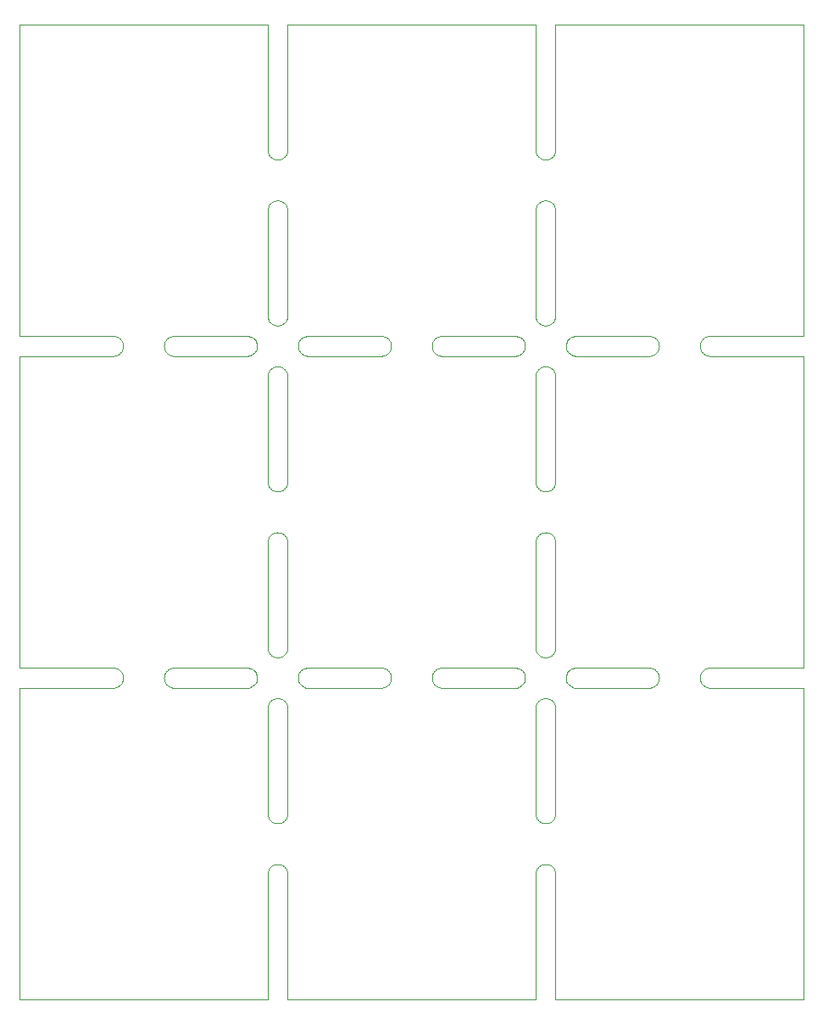
<source format=gko>
%MOIN*%
%OFA0B0*%
%FSLAX36Y36*%
%IPPOS*%
%LPD*%
%ADD10C,0*%
D10*
X002028740Y002687784D02*
X002028740Y002687784D01*
X002028740Y003100305D01*
X002028861Y003103394D01*
X002029224Y003106464D01*
X002029828Y003109496D01*
X002030667Y003112471D01*
X002031737Y003115371D01*
X002033031Y003118179D01*
X002034541Y003120876D01*
X002036259Y003123446D01*
X002038173Y003125874D01*
X002040271Y003128144D01*
X002042541Y003130242D01*
X002044969Y003132156D01*
X002047539Y003133874D01*
X002050236Y003135384D01*
X002053044Y003136678D01*
X002055944Y003137748D01*
X002058919Y003138587D01*
X002061951Y003139191D01*
X002065021Y003139554D01*
X002068110Y003139675D01*
X002068110Y003139675D01*
X002071199Y003139554D01*
X002074269Y003139191D01*
X002077301Y003138587D01*
X002080276Y003137748D01*
X002083176Y003136678D01*
X002085983Y003135384D01*
X002088681Y003133874D01*
X002091251Y003132156D01*
X002093679Y003130242D01*
X002095949Y003128144D01*
X002098047Y003125874D01*
X002099961Y003123446D01*
X002101678Y003120876D01*
X002103189Y003118179D01*
X002104483Y003115371D01*
X002105553Y003112471D01*
X002106392Y003109496D01*
X002106995Y003106464D01*
X002107359Y003103394D01*
X002107480Y003100305D01*
X002107480Y002687784D01*
X002107359Y002684695D01*
X002106995Y002681626D01*
X002106392Y002678594D01*
X002105553Y002675618D01*
X002104483Y002672718D01*
X002103189Y002669911D01*
X002101678Y002667214D01*
X002099961Y002664643D01*
X002098047Y002662216D01*
X002095949Y002659945D01*
X002093679Y002657847D01*
X002091251Y002655933D01*
X002088681Y002654216D01*
X002085983Y002652705D01*
X002083176Y002651411D01*
X002080276Y002650341D01*
X002077301Y002649502D01*
X002074269Y002648899D01*
X002071199Y002648536D01*
X002068110Y002648414D01*
X002068110Y002648414D01*
X002065021Y002648536D01*
X002061951Y002648899D01*
X002058919Y002649502D01*
X002055944Y002650341D01*
X002053044Y002651411D01*
X002050236Y002652705D01*
X002047539Y002654216D01*
X002044969Y002655933D01*
X002042541Y002657847D01*
X002040271Y002659945D01*
X002038173Y002662216D01*
X002036259Y002664643D01*
X002034541Y002667214D01*
X002033031Y002669911D01*
X002031737Y002672718D01*
X002030667Y002675618D01*
X002029828Y002678594D01*
X002029224Y002681626D01*
X002028861Y002684695D01*
X002028740Y002687784D01*
X002107480Y001144695D02*
X002107480Y001144695D01*
X002107480Y000732174D01*
X002107359Y000729085D01*
X002106995Y000726015D01*
X002106392Y000722983D01*
X002105553Y000720008D01*
X002104483Y000717108D01*
X002103189Y000714301D01*
X002101678Y000711603D01*
X002099961Y000709033D01*
X002098047Y000706605D01*
X002095949Y000704335D01*
X002093679Y000702237D01*
X002091251Y000700323D01*
X002088681Y000698606D01*
X002085983Y000697095D01*
X002083176Y000695801D01*
X002080276Y000694731D01*
X002077301Y000693892D01*
X002074269Y000693289D01*
X002071199Y000692925D01*
X002068110Y000692804D01*
X002068110Y000692804D01*
X002065021Y000692925D01*
X002061951Y000693289D01*
X002058919Y000693892D01*
X002055944Y000694731D01*
X002053044Y000695801D01*
X002050236Y000697095D01*
X002047539Y000698606D01*
X002044969Y000700323D01*
X002042541Y000702237D01*
X002040271Y000704335D01*
X002038173Y000706605D01*
X002036259Y000709033D01*
X002034541Y000711603D01*
X002033031Y000714301D01*
X002031737Y000717108D01*
X002030667Y000720008D01*
X002029828Y000722983D01*
X002029224Y000726015D01*
X002028861Y000729085D01*
X002028740Y000732174D01*
X002028740Y001144695D01*
X002028861Y001147784D01*
X002029224Y001150854D01*
X002029828Y001153886D01*
X002030667Y001156861D01*
X002031737Y001159761D01*
X002033031Y001162568D01*
X002034541Y001165266D01*
X002036259Y001167836D01*
X002038173Y001170264D01*
X002040271Y001172534D01*
X002042541Y001174632D01*
X002044969Y001176546D01*
X002047539Y001178263D01*
X002050236Y001179774D01*
X002053044Y001181068D01*
X002055944Y001182138D01*
X002058919Y001182977D01*
X002061951Y001183580D01*
X002065021Y001183944D01*
X002068110Y001184065D01*
X002068110Y001184065D01*
X002071199Y001183944D01*
X002074269Y001183580D01*
X002077301Y001182977D01*
X002080276Y001182138D01*
X002083176Y001181068D01*
X002085983Y001179774D01*
X002088681Y001178263D01*
X002091251Y001176546D01*
X002093679Y001174632D01*
X002095949Y001172534D01*
X002098047Y001170264D01*
X002099961Y001167836D01*
X002101678Y001165266D01*
X002103189Y001162568D01*
X002104483Y001159761D01*
X002105553Y001156861D01*
X002106392Y001153886D01*
X002106995Y001150854D01*
X002107359Y001147784D01*
X002107480Y001144695D01*
X000367825Y001224999D02*
X000367825Y001224999D01*
X000000000Y001224999D01*
X000000000Y000000000D01*
X000975000Y000000000D01*
X000975000Y000492825D01*
X000975121Y000495914D01*
X000975484Y000498984D01*
X000976087Y000502016D01*
X000976926Y000504991D01*
X000977996Y000507891D01*
X000979291Y000510698D01*
X000980801Y000513396D01*
X000982519Y000515966D01*
X000984432Y000518394D01*
X000986531Y000520664D01*
X000988801Y000522762D01*
X000991228Y000524676D01*
X000993799Y000526393D01*
X000996496Y000527904D01*
X000999303Y000529198D01*
X001002204Y000530268D01*
X001005179Y000531107D01*
X001008211Y000531710D01*
X001011281Y000532074D01*
X001014370Y000532195D01*
X001014370Y000532195D01*
X001017459Y000532074D01*
X001020528Y000531710D01*
X001023560Y000531107D01*
X001026536Y000530268D01*
X001029436Y000529198D01*
X001032243Y000527904D01*
X001034940Y000526393D01*
X001037511Y000524676D01*
X001039938Y000522762D01*
X001042209Y000520664D01*
X001044307Y000518394D01*
X001046221Y000515966D01*
X001047938Y000513396D01*
X001049449Y000510698D01*
X001050743Y000507891D01*
X001051813Y000504991D01*
X001052652Y000502016D01*
X001053255Y000498984D01*
X001053618Y000495914D01*
X001053740Y000492825D01*
X001053740Y000000000D01*
X002028740Y000000000D01*
X002028740Y000492825D01*
X002028861Y000495914D01*
X002029224Y000498984D01*
X002029828Y000502016D01*
X002030667Y000504991D01*
X002031737Y000507891D01*
X002033031Y000510698D01*
X002034541Y000513396D01*
X002036259Y000515966D01*
X002038173Y000518394D01*
X002040271Y000520664D01*
X002042541Y000522762D01*
X002044969Y000524676D01*
X002047539Y000526393D01*
X002050236Y000527904D01*
X002053044Y000529198D01*
X002055944Y000530268D01*
X002058919Y000531107D01*
X002061951Y000531710D01*
X002065021Y000532074D01*
X002068110Y000532195D01*
X002068110Y000532195D01*
X002071199Y000532074D01*
X002074269Y000531710D01*
X002077301Y000531107D01*
X002080276Y000530268D01*
X002083176Y000529198D01*
X002085983Y000527904D01*
X002088681Y000526393D01*
X002091251Y000524676D01*
X002093679Y000522762D01*
X002095949Y000520664D01*
X002098047Y000518394D01*
X002099961Y000515966D01*
X002101678Y000513396D01*
X002103189Y000510698D01*
X002104483Y000507891D01*
X002105553Y000504991D01*
X002106392Y000502016D01*
X002106995Y000498984D01*
X002107359Y000495914D01*
X002107480Y000492825D01*
X002107480Y000000000D01*
X003082480Y000000000D01*
X003082480Y001224999D01*
X002714654Y001224999D01*
X002711566Y001225121D01*
X002708496Y001225484D01*
X002705464Y001226087D01*
X002702488Y001226926D01*
X002699588Y001227996D01*
X002696781Y001229291D01*
X002694084Y001230801D01*
X002691513Y001232519D01*
X002689086Y001234432D01*
X002686816Y001236531D01*
X002684717Y001238801D01*
X002682803Y001241228D01*
X002681086Y001243799D01*
X002679575Y001246496D01*
X002678281Y001249303D01*
X002677211Y001252204D01*
X002676372Y001255179D01*
X002675769Y001258211D01*
X002675406Y001261281D01*
X002675284Y001264370D01*
X002675284Y001264370D01*
X002675406Y001267459D01*
X002675769Y001270528D01*
X002676372Y001273560D01*
X002677211Y001276536D01*
X002678281Y001279436D01*
X002679575Y001282243D01*
X002681086Y001284940D01*
X002682803Y001287511D01*
X002684717Y001289938D01*
X002686816Y001292208D01*
X002689086Y001294307D01*
X002691513Y001296221D01*
X002694084Y001297938D01*
X002696781Y001299449D01*
X002699588Y001300743D01*
X002702488Y001301813D01*
X002705464Y001302652D01*
X002708496Y001303255D01*
X002711566Y001303618D01*
X002714654Y001303740D01*
X003082480Y001303740D01*
X003082480Y002528740D01*
X002714654Y002528740D01*
X002711566Y002528861D01*
X002708496Y002529224D01*
X002705464Y002529827D01*
X002702488Y002530667D01*
X002699588Y002531737D01*
X002696781Y002533031D01*
X002694084Y002534541D01*
X002691513Y002536259D01*
X002689086Y002538172D01*
X002686816Y002540271D01*
X002684717Y002542541D01*
X002682803Y002544969D01*
X002681086Y002547539D01*
X002679575Y002550236D01*
X002678281Y002553043D01*
X002677211Y002555944D01*
X002676372Y002558919D01*
X002675769Y002561951D01*
X002675406Y002565021D01*
X002675284Y002568110D01*
X002675284Y002568110D01*
X002675406Y002571199D01*
X002675769Y002574269D01*
X002676372Y002577301D01*
X002677211Y002580276D01*
X002678281Y002583176D01*
X002679575Y002585983D01*
X002681086Y002588681D01*
X002682803Y002591251D01*
X002684717Y002593679D01*
X002686816Y002595949D01*
X002689086Y002598047D01*
X002691513Y002599961D01*
X002694084Y002601678D01*
X002696781Y002603189D01*
X002699588Y002604483D01*
X002702488Y002605553D01*
X002705464Y002606392D01*
X002708496Y002606995D01*
X002711566Y002607358D01*
X002714654Y002607480D01*
X003082480Y002607480D01*
X003082480Y003832480D01*
X002107480Y003832480D01*
X002107480Y003339654D01*
X002107359Y003336566D01*
X002106995Y003333496D01*
X002106392Y003330464D01*
X002105553Y003327488D01*
X002104483Y003324588D01*
X002103189Y003321781D01*
X002101678Y003319084D01*
X002099961Y003316513D01*
X002098047Y003314086D01*
X002095949Y003311816D01*
X002093679Y003309717D01*
X002091251Y003307803D01*
X002088681Y003306086D01*
X002085983Y003304575D01*
X002083176Y003303281D01*
X002080276Y003302211D01*
X002077301Y003301372D01*
X002074269Y003300769D01*
X002071199Y003300406D01*
X002068110Y003300284D01*
X002068110Y003300284D01*
X002065021Y003300406D01*
X002061951Y003300769D01*
X002058919Y003301372D01*
X002055944Y003302211D01*
X002053044Y003303281D01*
X002050236Y003304575D01*
X002047539Y003306086D01*
X002044969Y003307803D01*
X002042541Y003309717D01*
X002040271Y003311816D01*
X002038173Y003314086D01*
X002036259Y003316513D01*
X002034541Y003319084D01*
X002033031Y003321781D01*
X002031737Y003324588D01*
X002030667Y003327488D01*
X002029828Y003330464D01*
X002029224Y003333496D01*
X002028861Y003336566D01*
X002028740Y003339654D01*
X002028740Y003832480D01*
X001053740Y003832480D01*
X001053740Y003339654D01*
X001053618Y003336566D01*
X001053255Y003333496D01*
X001052652Y003330464D01*
X001051813Y003327488D01*
X001050743Y003324588D01*
X001049449Y003321781D01*
X001047938Y003319084D01*
X001046221Y003316513D01*
X001044307Y003314086D01*
X001042209Y003311816D01*
X001039938Y003309717D01*
X001037511Y003307803D01*
X001034940Y003306086D01*
X001032243Y003304575D01*
X001029436Y003303281D01*
X001026536Y003302211D01*
X001023560Y003301372D01*
X001020528Y003300769D01*
X001017459Y003300406D01*
X001014370Y003300284D01*
X001014370Y003300284D01*
X001011281Y003300406D01*
X001008211Y003300769D01*
X001005179Y003301372D01*
X001002204Y003302211D01*
X000999303Y003303281D01*
X000996496Y003304575D01*
X000993799Y003306086D01*
X000991228Y003307803D01*
X000988801Y003309717D01*
X000986531Y003311816D01*
X000984432Y003314086D01*
X000982519Y003316513D01*
X000980801Y003319084D01*
X000979291Y003321781D01*
X000977996Y003324588D01*
X000976926Y003327488D01*
X000976087Y003330464D01*
X000975484Y003333496D01*
X000975121Y003336566D01*
X000975000Y003339654D01*
X000975000Y003832480D01*
X000000000Y003832480D01*
X000000000Y002607480D01*
X000367825Y002607480D01*
X000370914Y002607358D01*
X000373984Y002606995D01*
X000377016Y002606392D01*
X000379991Y002605553D01*
X000382891Y002604483D01*
X000385698Y002603189D01*
X000388396Y002601678D01*
X000390966Y002599961D01*
X000393394Y002598047D01*
X000395664Y002595949D01*
X000397762Y002593679D01*
X000399676Y002591251D01*
X000401393Y002588681D01*
X000402904Y002585983D01*
X000404198Y002583176D01*
X000405268Y002580276D01*
X000406107Y002577301D01*
X000406710Y002574269D01*
X000407074Y002571199D01*
X000407195Y002568110D01*
X000407195Y002568110D01*
X000407074Y002565021D01*
X000406710Y002561951D01*
X000406107Y002558919D01*
X000405268Y002555944D01*
X000404198Y002553043D01*
X000402904Y002550236D01*
X000401393Y002547539D01*
X000399676Y002544969D01*
X000397762Y002542541D01*
X000395664Y002540271D01*
X000393394Y002538172D01*
X000390966Y002536259D01*
X000388396Y002534541D01*
X000385698Y002533031D01*
X000382891Y002531737D01*
X000379991Y002530667D01*
X000377016Y002529827D01*
X000373984Y002529224D01*
X000370914Y002528861D01*
X000367825Y002528740D01*
X000000000Y002528740D01*
X000000000Y001303740D01*
X000367825Y001303740D01*
X000370914Y001303618D01*
X000373984Y001303255D01*
X000377016Y001302652D01*
X000379991Y001301813D01*
X000382891Y001300743D01*
X000385698Y001299449D01*
X000388396Y001297938D01*
X000390966Y001296221D01*
X000393394Y001294307D01*
X000395664Y001292208D01*
X000397762Y001289938D01*
X000399676Y001287511D01*
X000401393Y001284940D01*
X000402904Y001282243D01*
X000404198Y001279436D01*
X000405268Y001276536D01*
X000406107Y001273560D01*
X000406710Y001270528D01*
X000407074Y001267459D01*
X000407195Y001264370D01*
X000407195Y001264370D01*
X000407074Y001261281D01*
X000406710Y001258211D01*
X000406107Y001255179D01*
X000405268Y001252204D01*
X000404198Y001249303D01*
X000402904Y001246496D01*
X000401393Y001243799D01*
X000399676Y001241228D01*
X000397762Y001238801D01*
X000395664Y001236531D01*
X000393394Y001234432D01*
X000390966Y001232519D01*
X000388396Y001230801D01*
X000385698Y001229291D01*
X000382891Y001227996D01*
X000379991Y001226926D01*
X000377016Y001226087D01*
X000373984Y001225484D01*
X000370914Y001225121D01*
X000367825Y001224999D01*
X002187784Y002528740D02*
X002187784Y002528740D01*
X002187419Y002528741D01*
X002187053Y002528746D01*
X002186687Y002528755D01*
X002186321Y002528767D01*
X002185956Y002528782D01*
X002185590Y002528801D01*
X002185225Y002528823D01*
X002184860Y002528848D01*
X002184495Y002528877D01*
X002184130Y002528910D01*
X002183766Y002528945D01*
X002183402Y002528984D01*
X002183039Y002529027D01*
X002182676Y002529072D01*
X002182313Y002529122D01*
X002181951Y002529174D01*
X002181590Y002529230D01*
X002181228Y002529289D01*
X002180868Y002529352D01*
X002180508Y002529418D01*
X002180508Y002529418D01*
X002174890Y002530911D01*
X002169553Y002533215D01*
X002164614Y002536280D01*
X002160179Y002540039D01*
X002156347Y002544410D01*
X002153200Y002549297D01*
X002150807Y002554595D01*
X002149220Y002560187D01*
X002148474Y002565952D01*
X002148584Y002571764D01*
X002149550Y002577496D01*
X002151349Y002583024D01*
X002153942Y002588226D01*
X002157273Y002592990D01*
X002161269Y002597212D01*
X002165843Y002600799D01*
X002170896Y002603673D01*
X002176317Y002605773D01*
X002181987Y002607051D01*
X002187784Y002607480D01*
X002475305Y002607480D01*
X002478394Y002607358D01*
X002481464Y002606995D01*
X002484496Y002606392D01*
X002487471Y002605553D01*
X002490371Y002604483D01*
X002493179Y002603189D01*
X002495876Y002601678D01*
X002498446Y002599961D01*
X002500874Y002598047D01*
X002503144Y002595949D01*
X002505242Y002593679D01*
X002507156Y002591251D01*
X002508874Y002588681D01*
X002510384Y002585983D01*
X002511678Y002583176D01*
X002512748Y002580276D01*
X002513587Y002577301D01*
X002514191Y002574269D01*
X002514554Y002571199D01*
X002514675Y002568110D01*
X002514675Y002568110D01*
X002514554Y002565021D01*
X002514191Y002561951D01*
X002513587Y002558919D01*
X002512748Y002555944D01*
X002511678Y002553043D01*
X002510384Y002550236D01*
X002508874Y002547539D01*
X002507156Y002544969D01*
X002505242Y002542541D01*
X002503144Y002540271D01*
X002500874Y002538172D01*
X002498446Y002536259D01*
X002495876Y002534541D01*
X002493179Y002533031D01*
X002490371Y002531737D01*
X002487471Y002530667D01*
X002484496Y002529827D01*
X002481464Y002529224D01*
X002478394Y002528861D01*
X002475305Y002528740D01*
X002187784Y002528740D01*
X002028740Y002448435D02*
X002028740Y002448435D01*
X002028861Y002451524D01*
X002029224Y002454594D01*
X002029828Y002457626D01*
X002030667Y002460601D01*
X002031737Y002463501D01*
X002033031Y002466309D01*
X002034541Y002469006D01*
X002036259Y002471576D01*
X002038173Y002474004D01*
X002040271Y002476274D01*
X002042541Y002478372D01*
X002044969Y002480286D01*
X002047539Y002482003D01*
X002050236Y002483514D01*
X002053044Y002484808D01*
X002055944Y002485878D01*
X002058919Y002486717D01*
X002061951Y002487320D01*
X002065021Y002487684D01*
X002068110Y002487805D01*
X002068110Y002487805D01*
X002071199Y002487684D01*
X002074269Y002487320D01*
X002077301Y002486717D01*
X002080276Y002485878D01*
X002083176Y002484808D01*
X002085983Y002483514D01*
X002088681Y002482003D01*
X002091251Y002480286D01*
X002093679Y002478372D01*
X002095949Y002476274D01*
X002098047Y002474004D01*
X002099961Y002471576D01*
X002101678Y002469006D01*
X002103189Y002466309D01*
X002104483Y002463501D01*
X002105553Y002460601D01*
X002106392Y002457626D01*
X002106995Y002454594D01*
X002107359Y002451524D01*
X002107480Y002448435D01*
X002107480Y002035914D01*
X002107359Y002032825D01*
X002106995Y002029755D01*
X002106392Y002026724D01*
X002105553Y002023748D01*
X002104483Y002020848D01*
X002103189Y002018041D01*
X002101678Y002015344D01*
X002099961Y002012773D01*
X002098047Y002010346D01*
X002095949Y002008075D01*
X002093679Y002005977D01*
X002091251Y002004063D01*
X002088681Y002002346D01*
X002085983Y002000835D01*
X002083176Y001999541D01*
X002080276Y001998471D01*
X002077301Y001997632D01*
X002074269Y001997029D01*
X002071199Y001996666D01*
X002068110Y001996544D01*
X002068110Y001996544D01*
X002065021Y001996666D01*
X002061951Y001997029D01*
X002058919Y001997632D01*
X002055944Y001998471D01*
X002053044Y001999541D01*
X002050236Y002000835D01*
X002047539Y002002346D01*
X002044969Y002004063D01*
X002042541Y002005977D01*
X002040271Y002008075D01*
X002038173Y002010346D01*
X002036259Y002012773D01*
X002034541Y002015344D01*
X002033031Y002018041D01*
X002031737Y002020848D01*
X002030667Y002023748D01*
X002029828Y002026724D01*
X002029224Y002029755D01*
X002028861Y002032825D01*
X002028740Y002035914D01*
X002028740Y002448435D01*
X001948435Y002607480D02*
X001948435Y002607480D01*
X001954232Y002607051D01*
X001959903Y002605773D01*
X001965324Y002603673D01*
X001970376Y002600799D01*
X001974951Y002597212D01*
X001978947Y002592990D01*
X001982278Y002588226D01*
X001984871Y002583024D01*
X001986670Y002577496D01*
X001987635Y002571764D01*
X001987746Y002565952D01*
X001987000Y002560187D01*
X001985413Y002554595D01*
X001983020Y002549297D01*
X001979873Y002544410D01*
X001976040Y002540039D01*
X001971606Y002536280D01*
X001966666Y002533215D01*
X001961330Y002530911D01*
X001955712Y002529418D01*
X001955712Y002529418D01*
X001955352Y002529352D01*
X001954991Y002529289D01*
X001954630Y002529230D01*
X001954268Y002529174D01*
X001953906Y002529122D01*
X001953544Y002529072D01*
X001953181Y002529027D01*
X001952817Y002528984D01*
X001952453Y002528945D01*
X001952089Y002528910D01*
X001951725Y002528877D01*
X001951360Y002528848D01*
X001950995Y002528823D01*
X001950630Y002528801D01*
X001950264Y002528782D01*
X001949898Y002528767D01*
X001949533Y002528755D01*
X001949167Y002528746D01*
X001948801Y002528741D01*
X001948435Y002528740D01*
X001660914Y002528740D01*
X001657825Y002528861D01*
X001654755Y002529224D01*
X001651724Y002529827D01*
X001648748Y002530667D01*
X001645848Y002531737D01*
X001643041Y002533031D01*
X001640344Y002534541D01*
X001637773Y002536259D01*
X001635346Y002538172D01*
X001633075Y002540271D01*
X001630977Y002542541D01*
X001629063Y002544969D01*
X001627346Y002547539D01*
X001625835Y002550236D01*
X001624541Y002553043D01*
X001623471Y002555944D01*
X001622632Y002558919D01*
X001622029Y002561951D01*
X001621666Y002565021D01*
X001621544Y002568110D01*
X001621544Y002568110D01*
X001621666Y002571199D01*
X001622029Y002574269D01*
X001622632Y002577301D01*
X001623471Y002580276D01*
X001624541Y002583176D01*
X001625835Y002585983D01*
X001627346Y002588681D01*
X001629063Y002591251D01*
X001630977Y002593679D01*
X001633075Y002595949D01*
X001635346Y002598047D01*
X001637773Y002599961D01*
X001640344Y002601678D01*
X001643041Y002603189D01*
X001645848Y002604483D01*
X001648748Y002605553D01*
X001651724Y002606392D01*
X001654755Y002606995D01*
X001657825Y002607358D01*
X001660914Y002607480D01*
X001948435Y002607480D01*
X002187784Y001224999D02*
X002187784Y001224999D01*
X002187419Y001225001D01*
X002187053Y001225006D01*
X002186687Y001225015D01*
X002186321Y001225027D01*
X002185956Y001225042D01*
X002185590Y001225061D01*
X002185225Y001225083D01*
X002184860Y001225108D01*
X002184495Y001225137D01*
X002184130Y001225169D01*
X002183766Y001225205D01*
X002183402Y001225244D01*
X002183039Y001225287D01*
X002182676Y001225332D01*
X002182313Y001225382D01*
X002181951Y001225434D01*
X002181590Y001225490D01*
X002181228Y001225549D01*
X002180868Y001225612D01*
X002180508Y001225678D01*
X002180508Y001225678D01*
X002174890Y001227171D01*
X002169553Y001229475D01*
X002164614Y001232540D01*
X002160179Y001236299D01*
X002156347Y001240670D01*
X002153200Y001245557D01*
X002150807Y001250855D01*
X002149220Y001256447D01*
X002148474Y001262212D01*
X002148584Y001268024D01*
X002149550Y001273756D01*
X002151349Y001279284D01*
X002153942Y001284486D01*
X002157273Y001289250D01*
X002161269Y001293472D01*
X002165843Y001297059D01*
X002170896Y001299933D01*
X002176317Y001302032D01*
X002181987Y001303311D01*
X002187784Y001303740D01*
X002475305Y001303740D01*
X002478394Y001303618D01*
X002481464Y001303255D01*
X002484496Y001302652D01*
X002487471Y001301813D01*
X002490371Y001300743D01*
X002493179Y001299449D01*
X002495876Y001297938D01*
X002498446Y001296221D01*
X002500874Y001294307D01*
X002503144Y001292208D01*
X002505242Y001289938D01*
X002507156Y001287511D01*
X002508874Y001284940D01*
X002510384Y001282243D01*
X002511678Y001279436D01*
X002512748Y001276536D01*
X002513587Y001273560D01*
X002514191Y001270528D01*
X002514554Y001267459D01*
X002514675Y001264370D01*
X002514675Y001264370D01*
X002514554Y001261281D01*
X002514191Y001258211D01*
X002513587Y001255179D01*
X002512748Y001252204D01*
X002511678Y001249303D01*
X002510384Y001246496D01*
X002508874Y001243799D01*
X002507156Y001241228D01*
X002505242Y001238801D01*
X002503144Y001236531D01*
X002500874Y001234432D01*
X002498446Y001232519D01*
X002495876Y001230801D01*
X002493179Y001229291D01*
X002490371Y001227996D01*
X002487471Y001226926D01*
X002484496Y001226087D01*
X002481464Y001225484D01*
X002478394Y001225121D01*
X002475305Y001224999D01*
X002187784Y001224999D01*
X001948435Y001303740D02*
X001948435Y001303740D01*
X001954232Y001303311D01*
X001959903Y001302032D01*
X001965324Y001299933D01*
X001970376Y001297059D01*
X001974951Y001293472D01*
X001978947Y001289250D01*
X001982278Y001284486D01*
X001984871Y001279284D01*
X001986670Y001273756D01*
X001987635Y001268024D01*
X001987746Y001262212D01*
X001987000Y001256447D01*
X001985413Y001250855D01*
X001983020Y001245557D01*
X001979873Y001240670D01*
X001976040Y001236299D01*
X001971606Y001232540D01*
X001966666Y001229475D01*
X001961330Y001227171D01*
X001955712Y001225678D01*
X001955712Y001225678D01*
X001955352Y001225612D01*
X001954991Y001225549D01*
X001954630Y001225490D01*
X001954268Y001225434D01*
X001953906Y001225382D01*
X001953544Y001225332D01*
X001953181Y001225287D01*
X001952817Y001225244D01*
X001952453Y001225205D01*
X001952089Y001225169D01*
X001951725Y001225137D01*
X001951360Y001225108D01*
X001950995Y001225083D01*
X001950630Y001225061D01*
X001950264Y001225042D01*
X001949898Y001225027D01*
X001949533Y001225015D01*
X001949167Y001225006D01*
X001948801Y001225001D01*
X001948435Y001224999D01*
X001660914Y001224999D01*
X001657825Y001225121D01*
X001654755Y001225484D01*
X001651724Y001226087D01*
X001648748Y001226926D01*
X001645848Y001227996D01*
X001643041Y001229291D01*
X001640344Y001230801D01*
X001637773Y001232519D01*
X001635346Y001234432D01*
X001633075Y001236531D01*
X001630977Y001238801D01*
X001629063Y001241228D01*
X001627346Y001243799D01*
X001625835Y001246496D01*
X001624541Y001249303D01*
X001623471Y001252204D01*
X001622632Y001255179D01*
X001622029Y001258211D01*
X001621666Y001261281D01*
X001621544Y001264370D01*
X001621544Y001264370D01*
X001621666Y001267459D01*
X001622029Y001270528D01*
X001622632Y001273560D01*
X001623471Y001276536D01*
X001624541Y001279436D01*
X001625835Y001282243D01*
X001627346Y001284940D01*
X001629063Y001287511D01*
X001630977Y001289938D01*
X001633075Y001292208D01*
X001635346Y001294307D01*
X001637773Y001296221D01*
X001640344Y001297938D01*
X001643041Y001299449D01*
X001645848Y001300743D01*
X001648748Y001301813D01*
X001651724Y001302652D01*
X001654755Y001303255D01*
X001657825Y001303618D01*
X001660914Y001303740D01*
X001948435Y001303740D01*
X002107480Y001384044D02*
X002107480Y001384044D01*
X002107359Y001380955D01*
X002106995Y001377885D01*
X002106392Y001374853D01*
X002105553Y001371878D01*
X002104483Y001368978D01*
X002103189Y001366171D01*
X002101678Y001363473D01*
X002099961Y001360903D01*
X002098047Y001358475D01*
X002095949Y001356205D01*
X002093679Y001354107D01*
X002091251Y001352193D01*
X002088681Y001350476D01*
X002085983Y001348965D01*
X002083176Y001347671D01*
X002080276Y001346601D01*
X002077301Y001345762D01*
X002074269Y001345159D01*
X002071199Y001344795D01*
X002068110Y001344674D01*
X002068110Y001344674D01*
X002065021Y001344795D01*
X002061951Y001345159D01*
X002058919Y001345762D01*
X002055944Y001346601D01*
X002053044Y001347671D01*
X002050236Y001348965D01*
X002047539Y001350476D01*
X002044969Y001352193D01*
X002042541Y001354107D01*
X002040271Y001356205D01*
X002038173Y001358475D01*
X002036259Y001360903D01*
X002034541Y001363473D01*
X002033031Y001366171D01*
X002031737Y001368978D01*
X002030667Y001371878D01*
X002029828Y001374853D01*
X002029224Y001377885D01*
X002028861Y001380955D01*
X002028740Y001384044D01*
X002028740Y001796565D01*
X002028861Y001799654D01*
X002029224Y001802724D01*
X002029828Y001805756D01*
X002030667Y001808731D01*
X002031737Y001811631D01*
X002033031Y001814439D01*
X002034541Y001817136D01*
X002036259Y001819706D01*
X002038173Y001822134D01*
X002040271Y001824404D01*
X002042541Y001826502D01*
X002044969Y001828416D01*
X002047539Y001830133D01*
X002050236Y001831644D01*
X002053044Y001832938D01*
X002055944Y001834008D01*
X002058919Y001834847D01*
X002061951Y001835450D01*
X002065021Y001835814D01*
X002068110Y001835935D01*
X002068110Y001835935D01*
X002071199Y001835814D01*
X002074269Y001835450D01*
X002077301Y001834847D01*
X002080276Y001834008D01*
X002083176Y001832938D01*
X002085983Y001831644D01*
X002088681Y001830133D01*
X002091251Y001828416D01*
X002093679Y001826502D01*
X002095949Y001824404D01*
X002098047Y001822134D01*
X002099961Y001819706D01*
X002101678Y001817136D01*
X002103189Y001814439D01*
X002104483Y001811631D01*
X002105553Y001808731D01*
X002106392Y001805756D01*
X002106995Y001802724D01*
X002107359Y001799654D01*
X002107480Y001796565D01*
X002107480Y001384044D01*
X001134044Y002528740D02*
X001134044Y002528740D01*
X001133678Y002528741D01*
X001133313Y002528746D01*
X001132947Y002528755D01*
X001132581Y002528767D01*
X001132215Y002528782D01*
X001131850Y002528801D01*
X001131485Y002528823D01*
X001131120Y002528848D01*
X001130755Y002528877D01*
X001130390Y002528910D01*
X001130026Y002528945D01*
X001129662Y002528984D01*
X001129299Y002529027D01*
X001128936Y002529072D01*
X001128573Y002529122D01*
X001128211Y002529174D01*
X001127849Y002529230D01*
X001127488Y002529289D01*
X001127128Y002529352D01*
X001126768Y002529418D01*
X001126768Y002529418D01*
X001121150Y002530911D01*
X001115813Y002533215D01*
X001110874Y002536280D01*
X001106439Y002540039D01*
X001102607Y002544410D01*
X001099460Y002549297D01*
X001097067Y002554595D01*
X001095480Y002560187D01*
X001094733Y002565952D01*
X001094844Y002571764D01*
X001095809Y002577496D01*
X001097608Y002583024D01*
X001100202Y002588226D01*
X001103533Y002592990D01*
X001107529Y002597212D01*
X001112103Y002600799D01*
X001117156Y002603673D01*
X001122576Y002605773D01*
X001128247Y002607051D01*
X001134044Y002607480D01*
X001421565Y002607480D01*
X001424654Y002607358D01*
X001427724Y002606995D01*
X001430756Y002606392D01*
X001433731Y002605553D01*
X001436631Y002604483D01*
X001439439Y002603189D01*
X001442136Y002601678D01*
X001444706Y002599961D01*
X001447134Y002598047D01*
X001449404Y002595949D01*
X001451502Y002593679D01*
X001453416Y002591251D01*
X001455133Y002588681D01*
X001456644Y002585983D01*
X001457938Y002583176D01*
X001459008Y002580276D01*
X001459847Y002577301D01*
X001460450Y002574269D01*
X001460814Y002571199D01*
X001460935Y002568110D01*
X001460935Y002568110D01*
X001460814Y002565021D01*
X001460450Y002561951D01*
X001459847Y002558919D01*
X001459008Y002555944D01*
X001457938Y002553043D01*
X001456644Y002550236D01*
X001455133Y002547539D01*
X001453416Y002544969D01*
X001451502Y002542541D01*
X001449404Y002540271D01*
X001447134Y002538172D01*
X001444706Y002536259D01*
X001442136Y002534541D01*
X001439439Y002533031D01*
X001436631Y002531737D01*
X001433731Y002530667D01*
X001430756Y002529827D01*
X001427724Y002529224D01*
X001424654Y002528861D01*
X001421565Y002528740D01*
X001134044Y002528740D01*
X000975000Y002448435D02*
X000975000Y002448435D01*
X000975121Y002451524D01*
X000975484Y002454594D01*
X000976087Y002457626D01*
X000976926Y002460601D01*
X000977996Y002463501D01*
X000979291Y002466309D01*
X000980801Y002469006D01*
X000982519Y002471576D01*
X000984432Y002474004D01*
X000986531Y002476274D01*
X000988801Y002478372D01*
X000991228Y002480286D01*
X000993799Y002482003D01*
X000996496Y002483514D01*
X000999303Y002484808D01*
X001002204Y002485878D01*
X001005179Y002486717D01*
X001008211Y002487320D01*
X001011281Y002487684D01*
X001014370Y002487805D01*
X001014370Y002487805D01*
X001017459Y002487684D01*
X001020528Y002487320D01*
X001023560Y002486717D01*
X001026536Y002485878D01*
X001029436Y002484808D01*
X001032243Y002483514D01*
X001034940Y002482003D01*
X001037511Y002480286D01*
X001039938Y002478372D01*
X001042209Y002476274D01*
X001044307Y002474004D01*
X001046221Y002471576D01*
X001047938Y002469006D01*
X001049449Y002466309D01*
X001050743Y002463501D01*
X001051813Y002460601D01*
X001052652Y002457626D01*
X001053255Y002454594D01*
X001053618Y002451524D01*
X001053740Y002448435D01*
X001053740Y002035914D01*
X001053618Y002032825D01*
X001053255Y002029755D01*
X001052652Y002026724D01*
X001051813Y002023748D01*
X001050743Y002020848D01*
X001049449Y002018041D01*
X001047938Y002015344D01*
X001046221Y002012773D01*
X001044307Y002010346D01*
X001042209Y002008075D01*
X001039938Y002005977D01*
X001037511Y002004063D01*
X001034940Y002002346D01*
X001032243Y002000835D01*
X001029436Y001999541D01*
X001026536Y001998471D01*
X001023560Y001997632D01*
X001020528Y001997029D01*
X001017459Y001996666D01*
X001014370Y001996544D01*
X001014370Y001996544D01*
X001011281Y001996666D01*
X001008211Y001997029D01*
X001005179Y001997632D01*
X001002204Y001998471D01*
X000999303Y001999541D01*
X000996496Y002000835D01*
X000993799Y002002346D01*
X000991228Y002004063D01*
X000988801Y002005977D01*
X000986531Y002008075D01*
X000984432Y002010346D01*
X000982519Y002012773D01*
X000980801Y002015344D01*
X000979291Y002018041D01*
X000977996Y002020848D01*
X000976926Y002023748D01*
X000976087Y002026724D01*
X000975484Y002029755D01*
X000975121Y002032825D01*
X000975000Y002035914D01*
X000975000Y002448435D01*
X000894695Y002607480D02*
X000894695Y002607480D01*
X000900492Y002607051D01*
X000906163Y002605773D01*
X000911584Y002603673D01*
X000916636Y002600799D01*
X000921210Y002597212D01*
X000925207Y002592990D01*
X000928538Y002588226D01*
X000931131Y002583024D01*
X000932930Y002577496D01*
X000933895Y002571764D01*
X000934006Y002565952D01*
X000933260Y002560187D01*
X000931673Y002554595D01*
X000929280Y002549297D01*
X000926132Y002544410D01*
X000922300Y002540039D01*
X000917866Y002536280D01*
X000912926Y002533215D01*
X000907589Y002530911D01*
X000901972Y002529418D01*
X000901971Y002529418D01*
X000901612Y002529352D01*
X000901251Y002529289D01*
X000900890Y002529230D01*
X000900528Y002529174D01*
X000900166Y002529122D01*
X000899804Y002529072D01*
X000899440Y002529027D01*
X000899077Y002528984D01*
X000898713Y002528945D01*
X000898349Y002528910D01*
X000897984Y002528877D01*
X000897620Y002528848D01*
X000897255Y002528823D01*
X000896889Y002528801D01*
X000896524Y002528782D01*
X000896158Y002528767D01*
X000895793Y002528755D01*
X000895427Y002528746D01*
X000895061Y002528741D01*
X000894695Y002528740D01*
X000607174Y002528740D01*
X000604085Y002528861D01*
X000601015Y002529224D01*
X000597983Y002529827D01*
X000595008Y002530667D01*
X000592108Y002531737D01*
X000589301Y002533031D01*
X000586603Y002534541D01*
X000584033Y002536259D01*
X000581605Y002538172D01*
X000579335Y002540271D01*
X000577237Y002542541D01*
X000575323Y002544969D01*
X000573606Y002547539D01*
X000572095Y002550236D01*
X000570801Y002553043D01*
X000569731Y002555944D01*
X000568892Y002558919D01*
X000568289Y002561951D01*
X000567925Y002565021D01*
X000567804Y002568110D01*
X000567804Y002568110D01*
X000567925Y002571199D01*
X000568289Y002574269D01*
X000568892Y002577301D01*
X000569731Y002580276D01*
X000570801Y002583176D01*
X000572095Y002585983D01*
X000573606Y002588681D01*
X000575323Y002591251D01*
X000577237Y002593679D01*
X000579335Y002595949D01*
X000581605Y002598047D01*
X000584033Y002599961D01*
X000586603Y002601678D01*
X000589301Y002603189D01*
X000592108Y002604483D01*
X000595008Y002605553D01*
X000597983Y002606392D01*
X000601015Y002606995D01*
X000604085Y002607358D01*
X000607174Y002607480D01*
X000894695Y002607480D01*
X001053740Y002687784D02*
X001053740Y002687784D01*
X001053618Y002684695D01*
X001053255Y002681626D01*
X001052652Y002678594D01*
X001051813Y002675618D01*
X001050743Y002672718D01*
X001049449Y002669911D01*
X001047938Y002667214D01*
X001046221Y002664643D01*
X001044307Y002662216D01*
X001042208Y002659945D01*
X001039938Y002657847D01*
X001037511Y002655933D01*
X001034940Y002654216D01*
X001032243Y002652705D01*
X001029436Y002651411D01*
X001026536Y002650341D01*
X001023560Y002649502D01*
X001020528Y002648899D01*
X001017459Y002648536D01*
X001014370Y002648414D01*
X001014370Y002648414D01*
X001011281Y002648536D01*
X001008211Y002648899D01*
X001005179Y002649502D01*
X001002204Y002650341D01*
X000999303Y002651411D01*
X000996496Y002652705D01*
X000993799Y002654216D01*
X000991228Y002655933D01*
X000988801Y002657847D01*
X000986531Y002659945D01*
X000984432Y002662216D01*
X000982519Y002664643D01*
X000980801Y002667214D01*
X000979291Y002669911D01*
X000977996Y002672718D01*
X000976926Y002675618D01*
X000976087Y002678594D01*
X000975484Y002681626D01*
X000975121Y002684695D01*
X000975000Y002687784D01*
X000975000Y003100305D01*
X000975121Y003103394D01*
X000975484Y003106464D01*
X000976087Y003109496D01*
X000976926Y003112471D01*
X000977996Y003115371D01*
X000979291Y003118179D01*
X000980801Y003120876D01*
X000982519Y003123446D01*
X000984432Y003125874D01*
X000986531Y003128144D01*
X000988801Y003130242D01*
X000991228Y003132156D01*
X000993799Y003133874D01*
X000996496Y003135384D01*
X000999303Y003136678D01*
X001002204Y003137748D01*
X001005179Y003138587D01*
X001008211Y003139191D01*
X001011281Y003139554D01*
X001014370Y003139675D01*
X001014370Y003139675D01*
X001017459Y003139554D01*
X001020528Y003139191D01*
X001023560Y003138587D01*
X001026536Y003137748D01*
X001029436Y003136678D01*
X001032243Y003135384D01*
X001034940Y003133874D01*
X001037511Y003132156D01*
X001039938Y003130242D01*
X001042209Y003128144D01*
X001044307Y003125874D01*
X001046221Y003123446D01*
X001047938Y003120876D01*
X001049449Y003118179D01*
X001050743Y003115371D01*
X001051813Y003112471D01*
X001052652Y003109496D01*
X001053255Y003106464D01*
X001053618Y003103394D01*
X001053740Y003100305D01*
X001053740Y002687784D01*
X001134044Y001224999D02*
X001134044Y001224999D01*
X001133678Y001225001D01*
X001133313Y001225006D01*
X001132947Y001225015D01*
X001132581Y001225027D01*
X001132215Y001225042D01*
X001131850Y001225061D01*
X001131485Y001225083D01*
X001131120Y001225108D01*
X001130755Y001225137D01*
X001130390Y001225169D01*
X001130026Y001225205D01*
X001129662Y001225244D01*
X001129299Y001225287D01*
X001128936Y001225332D01*
X001128573Y001225382D01*
X001128211Y001225434D01*
X001127849Y001225490D01*
X001127488Y001225549D01*
X001127128Y001225612D01*
X001126768Y001225678D01*
X001126768Y001225678D01*
X001121150Y001227171D01*
X001115813Y001229475D01*
X001110874Y001232540D01*
X001106439Y001236299D01*
X001102607Y001240670D01*
X001099460Y001245557D01*
X001097067Y001250855D01*
X001095480Y001256447D01*
X001094733Y001262212D01*
X001094844Y001268024D01*
X001095809Y001273756D01*
X001097608Y001279284D01*
X001100202Y001284486D01*
X001103533Y001289250D01*
X001107529Y001293472D01*
X001112103Y001297059D01*
X001117156Y001299933D01*
X001122576Y001302032D01*
X001128247Y001303311D01*
X001134044Y001303740D01*
X001421565Y001303740D01*
X001424654Y001303618D01*
X001427724Y001303255D01*
X001430756Y001302652D01*
X001433731Y001301813D01*
X001436631Y001300743D01*
X001439439Y001299449D01*
X001442136Y001297938D01*
X001444706Y001296221D01*
X001447134Y001294307D01*
X001449404Y001292208D01*
X001451502Y001289938D01*
X001453416Y001287511D01*
X001455133Y001284940D01*
X001456644Y001282243D01*
X001457938Y001279436D01*
X001459008Y001276536D01*
X001459847Y001273560D01*
X001460450Y001270528D01*
X001460814Y001267459D01*
X001460935Y001264370D01*
X001460935Y001264370D01*
X001460814Y001261281D01*
X001460450Y001258211D01*
X001459847Y001255179D01*
X001459008Y001252204D01*
X001457938Y001249303D01*
X001456644Y001246496D01*
X001455133Y001243799D01*
X001453416Y001241228D01*
X001451502Y001238801D01*
X001449404Y001236531D01*
X001447134Y001234432D01*
X001444706Y001232519D01*
X001442136Y001230801D01*
X001439439Y001229291D01*
X001436631Y001227996D01*
X001433731Y001226926D01*
X001430756Y001226087D01*
X001427724Y001225484D01*
X001424654Y001225121D01*
X001421565Y001224999D01*
X001134044Y001224999D01*
X000975000Y001144695D02*
X000975000Y001144695D01*
X000975121Y001147784D01*
X000975484Y001150854D01*
X000976087Y001153886D01*
X000976926Y001156861D01*
X000977996Y001159761D01*
X000979291Y001162568D01*
X000980801Y001165266D01*
X000982519Y001167836D01*
X000984432Y001170264D01*
X000986531Y001172534D01*
X000988801Y001174632D01*
X000991228Y001176546D01*
X000993799Y001178263D01*
X000996496Y001179774D01*
X000999303Y001181068D01*
X001002204Y001182138D01*
X001005179Y001182977D01*
X001008211Y001183580D01*
X001011281Y001183944D01*
X001014370Y001184065D01*
X001014370Y001184065D01*
X001017459Y001183944D01*
X001020528Y001183580D01*
X001023560Y001182977D01*
X001026536Y001182138D01*
X001029436Y001181068D01*
X001032243Y001179774D01*
X001034940Y001178263D01*
X001037511Y001176546D01*
X001039938Y001174632D01*
X001042209Y001172534D01*
X001044307Y001170264D01*
X001046221Y001167836D01*
X001047938Y001165266D01*
X001049449Y001162568D01*
X001050743Y001159761D01*
X001051813Y001156861D01*
X001052652Y001153886D01*
X001053255Y001150854D01*
X001053618Y001147784D01*
X001053740Y001144695D01*
X001053740Y000732174D01*
X001053618Y000729085D01*
X001053255Y000726015D01*
X001052652Y000722983D01*
X001051813Y000720008D01*
X001050743Y000717108D01*
X001049449Y000714301D01*
X001047938Y000711603D01*
X001046221Y000709033D01*
X001044307Y000706605D01*
X001042209Y000704335D01*
X001039938Y000702237D01*
X001037511Y000700323D01*
X001034940Y000698606D01*
X001032243Y000697095D01*
X001029436Y000695801D01*
X001026536Y000694731D01*
X001023560Y000693892D01*
X001020528Y000693289D01*
X001017459Y000692925D01*
X001014370Y000692804D01*
X001014370Y000692804D01*
X001011281Y000692925D01*
X001008211Y000693289D01*
X001005179Y000693892D01*
X001002204Y000694731D01*
X000999303Y000695801D01*
X000996496Y000697095D01*
X000993799Y000698606D01*
X000991228Y000700323D01*
X000988801Y000702237D01*
X000986531Y000704335D01*
X000984432Y000706605D01*
X000982519Y000709033D01*
X000980801Y000711603D01*
X000979291Y000714301D01*
X000977996Y000717108D01*
X000976926Y000720008D01*
X000976087Y000722983D01*
X000975484Y000726015D01*
X000975121Y000729085D01*
X000975000Y000732174D01*
X000975000Y001144695D01*
X000894695Y001303740D02*
X000894695Y001303740D01*
X000900492Y001303311D01*
X000906163Y001302032D01*
X000911584Y001299933D01*
X000916636Y001297059D01*
X000921210Y001293472D01*
X000925207Y001289250D01*
X000928538Y001284486D01*
X000931131Y001279284D01*
X000932930Y001273756D01*
X000933895Y001268024D01*
X000934006Y001262212D01*
X000933260Y001256447D01*
X000931673Y001250855D01*
X000929280Y001245557D01*
X000926132Y001240670D01*
X000922300Y001236299D01*
X000917866Y001232540D01*
X000912926Y001229475D01*
X000907589Y001227171D01*
X000901972Y001225678D01*
X000901971Y001225678D01*
X000901612Y001225612D01*
X000901251Y001225549D01*
X000900890Y001225490D01*
X000900528Y001225434D01*
X000900166Y001225382D01*
X000899804Y001225332D01*
X000899440Y001225287D01*
X000899077Y001225244D01*
X000898713Y001225205D01*
X000898349Y001225169D01*
X000897984Y001225137D01*
X000897620Y001225108D01*
X000897255Y001225083D01*
X000896889Y001225061D01*
X000896524Y001225042D01*
X000896158Y001225027D01*
X000895793Y001225015D01*
X000895427Y001225006D01*
X000895061Y001225001D01*
X000894695Y001224999D01*
X000607174Y001224999D01*
X000604085Y001225121D01*
X000601015Y001225484D01*
X000597983Y001226087D01*
X000595008Y001226926D01*
X000592108Y001227996D01*
X000589301Y001229291D01*
X000586603Y001230801D01*
X000584033Y001232519D01*
X000581605Y001234432D01*
X000579335Y001236531D01*
X000577237Y001238801D01*
X000575323Y001241228D01*
X000573606Y001243799D01*
X000572095Y001246496D01*
X000570801Y001249303D01*
X000569731Y001252204D01*
X000568892Y001255179D01*
X000568289Y001258211D01*
X000567925Y001261281D01*
X000567804Y001264370D01*
X000567804Y001264370D01*
X000567925Y001267459D01*
X000568289Y001270528D01*
X000568892Y001273560D01*
X000569731Y001276536D01*
X000570801Y001279436D01*
X000572095Y001282243D01*
X000573606Y001284940D01*
X000575323Y001287511D01*
X000577237Y001289938D01*
X000579335Y001292208D01*
X000581605Y001294307D01*
X000584033Y001296221D01*
X000586603Y001297938D01*
X000589301Y001299449D01*
X000592108Y001300743D01*
X000595008Y001301813D01*
X000597983Y001302652D01*
X000601015Y001303255D01*
X000604085Y001303618D01*
X000607174Y001303740D01*
X000894695Y001303740D01*
X001053740Y001384044D02*
X001053740Y001384044D01*
X001053618Y001380955D01*
X001053255Y001377885D01*
X001052652Y001374853D01*
X001051813Y001371878D01*
X001050743Y001368978D01*
X001049449Y001366171D01*
X001047938Y001363473D01*
X001046221Y001360903D01*
X001044307Y001358475D01*
X001042208Y001356205D01*
X001039938Y001354107D01*
X001037511Y001352193D01*
X001034940Y001350476D01*
X001032243Y001348965D01*
X001029436Y001347671D01*
X001026536Y001346601D01*
X001023560Y001345762D01*
X001020528Y001345159D01*
X001017459Y001344795D01*
X001014370Y001344674D01*
X001014370Y001344674D01*
X001011281Y001344795D01*
X001008211Y001345159D01*
X001005179Y001345762D01*
X001002204Y001346601D01*
X000999303Y001347671D01*
X000996496Y001348965D01*
X000993799Y001350476D01*
X000991228Y001352193D01*
X000988801Y001354107D01*
X000986531Y001356205D01*
X000984432Y001358475D01*
X000982519Y001360903D01*
X000980801Y001363473D01*
X000979291Y001366171D01*
X000977996Y001368978D01*
X000976926Y001371878D01*
X000976087Y001374853D01*
X000975484Y001377885D01*
X000975121Y001380955D01*
X000975000Y001384044D01*
X000975000Y001796565D01*
X000975121Y001799654D01*
X000975484Y001802724D01*
X000976087Y001805756D01*
X000976926Y001808731D01*
X000977996Y001811631D01*
X000979291Y001814439D01*
X000980801Y001817136D01*
X000982519Y001819706D01*
X000984432Y001822134D01*
X000986531Y001824404D01*
X000988801Y001826502D01*
X000991228Y001828416D01*
X000993799Y001830133D01*
X000996496Y001831644D01*
X000999303Y001832938D01*
X001002204Y001834008D01*
X001005179Y001834847D01*
X001008211Y001835450D01*
X001011281Y001835814D01*
X001014370Y001835935D01*
X001014370Y001835935D01*
X001017459Y001835814D01*
X001020528Y001835450D01*
X001023560Y001834847D01*
X001026536Y001834008D01*
X001029436Y001832938D01*
X001032243Y001831644D01*
X001034940Y001830133D01*
X001037511Y001828416D01*
X001039938Y001826502D01*
X001042209Y001824404D01*
X001044307Y001822134D01*
X001046221Y001819706D01*
X001047938Y001817136D01*
X001049449Y001814439D01*
X001050743Y001811631D01*
X001051813Y001808731D01*
X001052652Y001805756D01*
X001053255Y001802724D01*
X001053618Y001799654D01*
X001053740Y001796565D01*
X001053740Y001384044D01*
M02*
</source>
